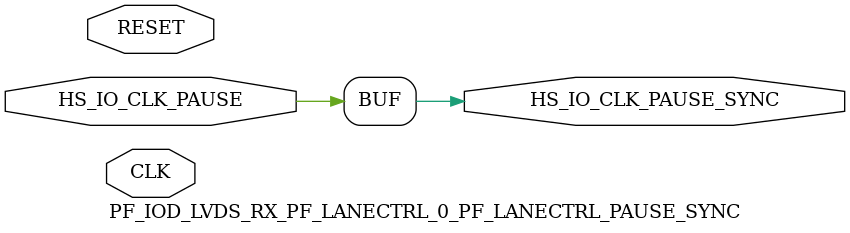
<source format=v>


module PF_IOD_LVDS_RX_PF_LANECTRL_0_PF_LANECTRL_PAUSE_SYNC( CLK, RESET, HS_IO_CLK_PAUSE, HS_IO_CLK_PAUSE_SYNC );
	
	input CLK, RESET, HS_IO_CLK_PAUSE;
	output HS_IO_CLK_PAUSE_SYNC;

	parameter ENABLE_PAUSE_EXTENSION = 2'b00;

	reg pause_reg_0, pause_reg_1, pause;
	wire pause_sync_0_i;

	generate 
		if( ENABLE_PAUSE_EXTENSION == 3'b000 ) begin : feed
			assign HS_IO_CLK_PAUSE_SYNC = HS_IO_CLK_PAUSE;
		end else if( ENABLE_PAUSE_EXTENSION == 3'b001 ) begin : pipe
			(* HS_IO_CLK_PAUSE_SYNC = 1, syn_keep = 1 *) SLE pause_sync_0(
				.CLK( CLK ),
				.D( HS_IO_CLK_PAUSE ),
				.Q( pause_sync_0_i ),
				.LAT( 1'b0 ),
				.EN( 1'b1 ),
				.ALn( ~RESET ),
				.ADn( 1'b1 ),
				.SLn( 1'b1 ),
				.SD( 1'b0 )
				);

			(* HS_IO_CLK_PAUSE_SYNC = 1, syn_keep = 1 *) SLE pause_sync (
				.CLK( CLK ),
				.D( pause_sync_0_i ),
				.Q( HS_IO_CLK_PAUSE_SYNC ),
				.LAT( 1'b0 ),
				.EN( 1'b1 ),
				.ALn( ~RESET ),
				.ADn( 1'b1 ),
				.SLn( 1'b1 ),
				.SD( 1'b0 )
				);
		end else if ( ENABLE_PAUSE_EXTENSION == 3'b010 ) begin : ext_pipe
			always @(posedge CLK or posedge RESET) begin : ext
				if( RESET == 1'b1 ) begin
					pause_reg_0 <= 1'b0;
					pause_reg_1 <= 1'b0;
					pause <= 1'b0;
				end else begin
					pause_reg_0 <= HS_IO_CLK_PAUSE;
					pause_reg_1 <= pause_reg_0;
					if( HS_IO_CLK_PAUSE == 1'b0 && pause_reg_0 ==1'b1 && pause_reg_1 == 1'b0 )
						pause <= 1'b1; // Extend by 1 cycle if the pulse is less than a cycle
					else
						pause <= HS_IO_CLK_PAUSE;
				end
			end

			(* HS_IO_CLK_PAUSE_SYNC = 1, syn_keep = 1 *) SLE pause_sync (
				.CLK( CLK ),
				.D( pause ),
				.Q( HS_IO_CLK_PAUSE_SYNC ),
				.LAT( 1'b0 ),
				.EN( 1'b1 ),
				.ALn( ~RESET ),
				.ADn( 1'b1 ),
				.SLn( 1'b1 ),
				.SD( 1'b0 )
				);
		end else if ( ENABLE_PAUSE_EXTENSION == 3'b011 ) begin : pipe_fall 
			(* HS_IO_CLK_PAUSE_SYNC = 1, syn_keep = 1 *) SLE pause_sync_0 (
				.CLK( CLK ),
				.D( HS_IO_CLK_PAUSE ),
				.Q( pause_sync_0_i ),
				.LAT( 1'b0 ),
				.EN( 1'b1 ),
				.ALn( ~RESET ),
				.ADn( 1'b1 ),
				.SLn( 1'b1 ),
				.SD( 1'b0 )
				);

			(* HS_IO_CLK_PAUSE_SYNC = 1, syn_keep = 1 *) SLE pause_sync (
				.CLK( ~CLK ),
				.D( pause_sync_0_i ),
				.Q( HS_IO_CLK_PAUSE_SYNC ),
				.LAT( 1'b0 ),
				.EN( 1'b1 ),
				.ALn( ~RESET ),
				.ADn( 1'b1 ),
				.SLn( 1'b1 ),
				.SD( 1'b0 )
				);
		end else if ( ENABLE_PAUSE_EXTENSION == 3'b100 ) begin : ext_pipe_fall 
			always @(posedge CLK or posedge RESET) begin : ext
				if( RESET == 1'b1 ) begin
					pause_reg_0 <= 1'b0;
					pause_reg_1 <= 1'b0;
					pause <= 1'b0;
				end else begin
					pause_reg_0 <= HS_IO_CLK_PAUSE;
					pause_reg_1 <= pause_reg_0;
					if( HS_IO_CLK_PAUSE == 1'b0 && pause_reg_0 ==1'b1 && pause_reg_1 == 1'b0 )
						pause <= 1'b1; // Extend by 1 cycle if the pulse is less than a cycle
					else
						pause <= HS_IO_CLK_PAUSE;
				end
			end

			(* HS_IO_CLK_PAUSE_SYNC = 1, syn_keep = 1 *) SLE pause_sync (
				.CLK( ~CLK ),
				.D( pause ),
				.Q( HS_IO_CLK_PAUSE_SYNC ),
				.LAT( 1'b0 ),
				.EN( 1'b1 ),
				.ALn( ~RESET ),
				.ADn( 1'b1 ),
				.SLn( 1'b1 ),
				.SD( 1'b0 )
				);
		end
	endgenerate

endmodule
</source>
